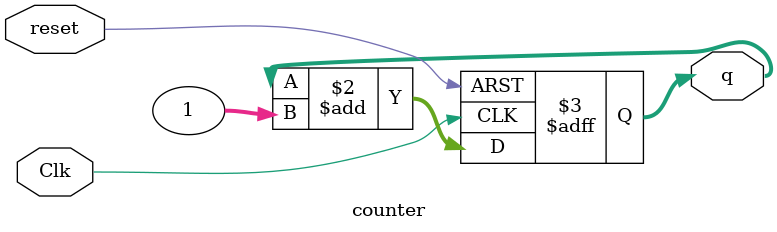
<source format=sv>
module counter (input logic Clk,
                input logic reset,
                output logic [31:0] q);

    //resetはフリップフロップ(q)の初期化信号
    //この場合resetが1の時に初期化としてqは0を吐き出す（ゴミデータ排除のため）
    //counter_testの記述によって、resetが立ち下がった時に初期化が終わり
    //フリップフロップ本来の機能（カウンタ）が始まる
    always_ff @( posedge Clk, posedge reset )
        if(reset) q <= 0;
        else      q <= q + 1;
endmodule
</source>
